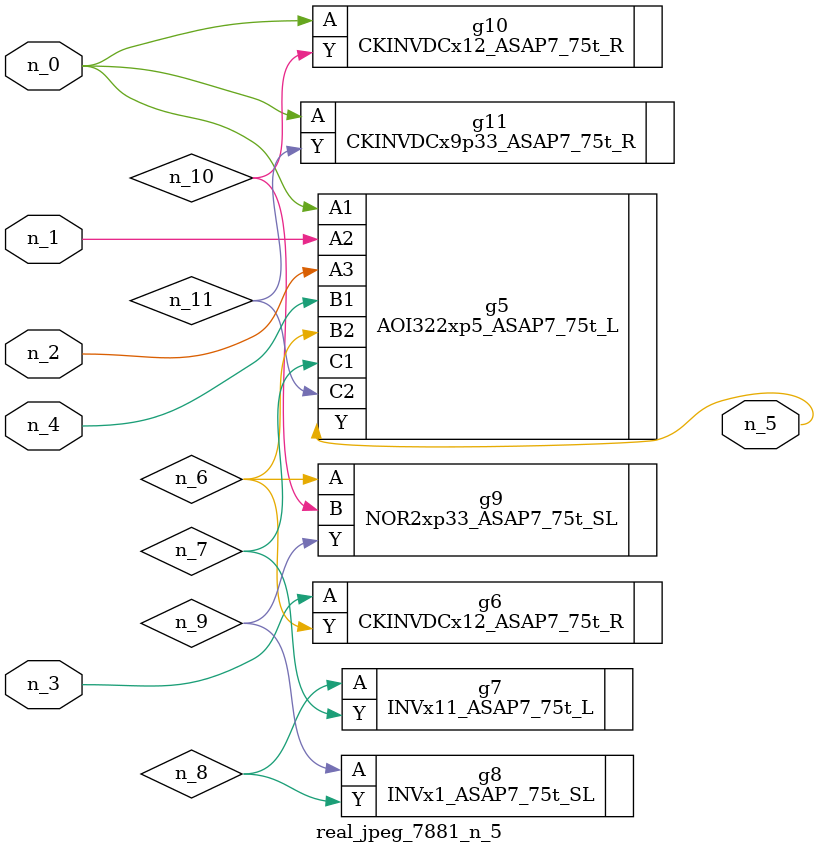
<source format=v>
module real_jpeg_7881_n_5 (n_4, n_0, n_1, n_2, n_3, n_5);

input n_4;
input n_0;
input n_1;
input n_2;
input n_3;

output n_5;

wire n_8;
wire n_11;
wire n_6;
wire n_7;
wire n_10;
wire n_9;

AOI322xp5_ASAP7_75t_L g5 ( 
.A1(n_0),
.A2(n_1),
.A3(n_2),
.B1(n_4),
.B2(n_6),
.C1(n_7),
.C2(n_11),
.Y(n_5)
);

CKINVDCx12_ASAP7_75t_R g10 ( 
.A(n_0),
.Y(n_10)
);

CKINVDCx9p33_ASAP7_75t_R g11 ( 
.A(n_0),
.Y(n_11)
);

CKINVDCx12_ASAP7_75t_R g6 ( 
.A(n_3),
.Y(n_6)
);

NOR2xp33_ASAP7_75t_SL g9 ( 
.A(n_6),
.B(n_10),
.Y(n_9)
);

INVx11_ASAP7_75t_L g7 ( 
.A(n_8),
.Y(n_7)
);

INVx1_ASAP7_75t_SL g8 ( 
.A(n_9),
.Y(n_8)
);


endmodule
</source>
